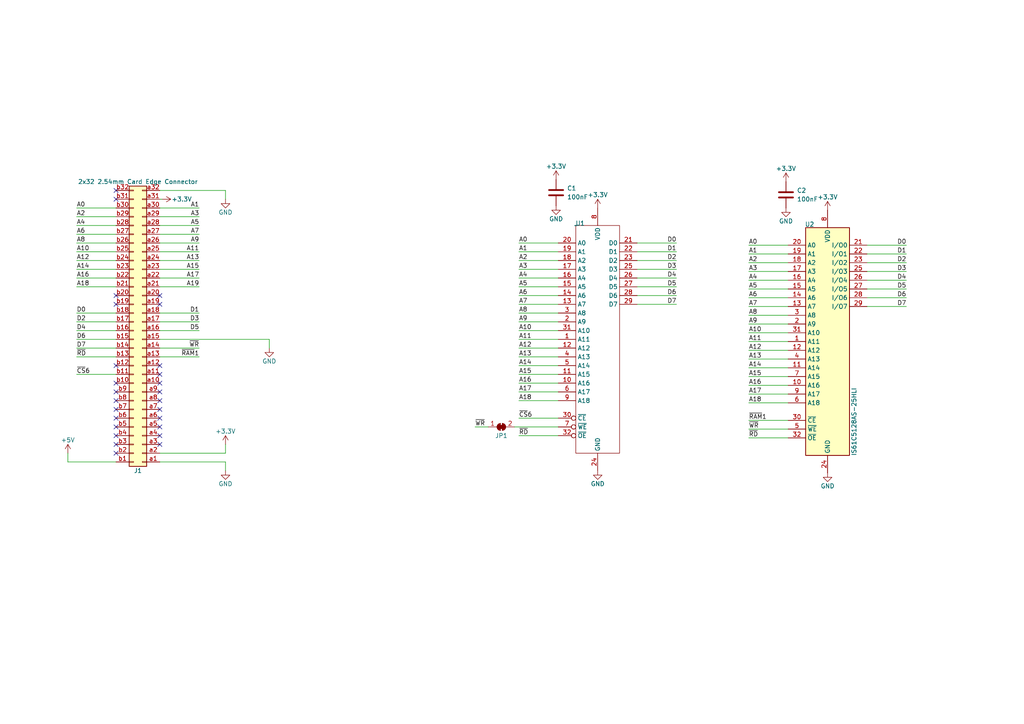
<source format=kicad_sch>
(kicad_sch (version 20230121) (generator eeschema)
  (paper "A4")
  (lib_symbols
    (symbol "Device:C" (pin_numbers hide) (pin_names (offset 0.254))
      (property "Reference" "C" (at 0.635 2.54 0))
      (property "Value" "C" (at 0.635 -2.54 0))
      (symbol "C_0_1"
        (polyline (pts (xy -2.032 -0.762) (xy 2.032 -0.762)) (stroke (width 0.508)))
        (polyline (pts (xy -2.032 0.762) (xy 2.032 0.762)) (stroke (width 0.508)))
      )
      (symbol "C_1_1"
        (pin passive line (at 0 3.81 270) (length 2.794) (name "~") (number "1"))
        (pin passive line (at 0 -3.81 90) (length 2.794) (name "~") (number "2"))
      )
    )
    (symbol "Jumper:SolderJumper_2_Bridged" (pin_names (offset 0) hide)
      (property "Reference" "JP" (at 0 2.032 0))
      (property "Value" "SolderJumper_2_Bridged" (at 0 -2.54 0))
      (symbol "SolderJumper_2_Bridged_0_1"
        (rectangle (start -0.508 0.508) (end 0.508 -0.508) (fill (type outline)))
        (arc (start -0.254 1.016) (mid -1.2656 0) (end -0.254 -1.016))
        (arc (start -0.254 1.016) (mid -1.2656 0) (end -0.254 -1.016) (fill (type outline)))
        (polyline (pts (xy -0.254 1.016) (xy -0.254 -1.016)))
        (polyline (pts (xy 0.254 1.016) (xy 0.254 -1.016)))
        (arc (start 0.254 -1.016) (mid 1.2656 0) (end 0.254 1.016))
        (arc (start 0.254 -1.016) (mid 1.2656 0) (end 0.254 1.016) (fill (type outline)))
      )
      (symbol "SolderJumper_2_Bridged_1_1"
        (pin passive line (at -3.81 0 0) (length 2.54) (name "A") (number "1"))
        (pin passive line (at 3.81 0 180) (length 2.54) (name "B") (number "2"))
      )
    )
    (symbol "Memory_Flash:SST39LF040-55-4C-WHE"
      (property "Reference" "U" (at 1.27 1.27 0))
      (symbol "SST39LF040-55-4C-WHE_0_1"
        (rectangle (start 0 0) (end 12.7 -66.04))
      )
      (symbol "SST39LF040-55-4C-WHE_1_1"
        (pin input line (at -5.08 -33.02 0) (length 5.08) (name "A11") (number "1"))
        (pin input line (at -5.08 -45.72 0) (length 5.08) (name "A16") (number "10"))
        (pin input line (at -5.08 -43.18 0) (length 5.08) (name "A15") (number "11"))
        (pin input line (at -5.08 -35.56 0) (length 5.08) (name "A12") (number "12"))
        (pin input line (at -5.08 -22.86 0) (length 5.08) (name "A7") (number "13"))
        (pin input line (at -5.08 -20.32 0) (length 5.08) (name "A6") (number "14"))
        (pin input line (at -5.08 -17.78 0) (length 5.08) (name "A5") (number "15"))
        (pin input line (at -5.08 -15.24 0) (length 5.08) (name "A4") (number "16"))
        (pin input line (at -5.08 -12.7 0) (length 5.08) (name "A3") (number "17"))
        (pin input line (at -5.08 -10.16 0) (length 5.08) (name "A2") (number "18"))
        (pin input line (at -5.08 -7.62 0) (length 5.08) (name "A1") (number "19"))
        (pin input line (at -5.08 -27.94 0) (length 5.08) (name "A9") (number "2"))
        (pin input line (at -5.08 -5.08 0) (length 5.08) (name "A0") (number "20"))
        (pin tri_state line (at 17.78 -5.08 180) (length 5.08) (name "D0") (number "21"))
        (pin tri_state line (at 17.78 -7.62 180) (length 5.08) (name "D1") (number "22"))
        (pin tri_state line (at 17.78 -10.16 180) (length 5.08) (name "D2") (number "23"))
        (pin power_in line (at 6.35 -71.12 90) (length 5.08) (name "GND") (number "24"))
        (pin tri_state line (at 17.78 -12.7 180) (length 5.08) (name "D3") (number "25"))
        (pin tri_state line (at 17.78 -15.24 180) (length 5.08) (name "D4") (number "26"))
        (pin tri_state line (at 17.78 -17.78 180) (length 5.08) (name "D5") (number "27"))
        (pin tri_state line (at 17.78 -20.32 180) (length 5.08) (name "D6") (number "28"))
        (pin tri_state line (at 17.78 -22.86 180) (length 5.08) (name "D7") (number "29"))
        (pin input line (at -5.08 -25.4 0) (length 5.08) (name "A8") (number "3"))
        (pin input inverted (at -5.08 -55.88 0) (length 5.08) (name "~{CE}") (number "30"))
        (pin input line (at -5.08 -30.48 0) (length 5.08) (name "A10") (number "31"))
        (pin input inverted (at -5.08 -60.96 0) (length 5.08) (name "~{OE}") (number "32"))
        (pin input line (at -5.08 -38.1 0) (length 5.08) (name "A13") (number "4"))
        (pin input line (at -5.08 -40.64 0) (length 5.08) (name "A14") (number "5"))
        (pin input line (at -5.08 -48.26 0) (length 5.08) (name "A17") (number "6"))
        (pin input inverted (at -5.08 -58.42 0) (length 5.08) (name "~{WE}") (number "7"))
        (pin power_in line (at 6.35 5.08 270) (length 5.08) (name "VDD") (number "8"))
        (pin input line (at -5.08 -50.8 0) (length 5.08) (name "A18") (number "9"))
      )
    )
    (symbol "Memory_RAM:IS61C5128AS-25HLI"
      (property "Reference" "U" (at 0.3396 0.8474 0))
      (property "Value" "IS61C5128AS-25HLI" (at 13.9022 -56.9808 90))
      (symbol "IS61C5128AS-25HLI_0_1"
        (rectangle (start 0 0) (end 12.7 -66.04) (stroke (width 0.254)) (fill (type background)))
      )
      (symbol "IS61C5128AS-25HLI_1_1"
        (pin input line (at -5.08 -33.02 0) (length 5.08) (name "A11") (number "1"))
        (pin input line (at -5.08 -45.72 0) (length 5.08) (name "A16") (number "10"))
        (pin input line (at -5.08 -40.64 0) (length 5.08) (name "A14") (number "11"))
        (pin input line (at -5.08 -35.56 0) (length 5.08) (name "A12") (number "12"))
        (pin input line (at -5.08 -22.86 0) (length 5.08) (name "A7") (number "13"))
        (pin input line (at -5.08 -20.32 0) (length 5.08) (name "A6") (number "14"))
        (pin input line (at -5.08 -17.78 0) (length 5.08) (name "A5") (number "15"))
        (pin input line (at -5.08 -15.24 0) (length 5.08) (name "A4") (number "16"))
        (pin input line (at -5.08 -12.7 0) (length 5.08) (name "A3") (number "17"))
        (pin input line (at -5.08 -10.16 0) (length 5.08) (name "A2") (number "18"))
        (pin input line (at -5.08 -7.62 0) (length 5.08) (name "A1") (number "19"))
        (pin input line (at -5.08 -27.94 0) (length 5.08) (name "A9") (number "2"))
        (pin input line (at -5.08 -5.08 0) (length 5.08) (name "A0") (number "20"))
        (pin bidirectional line (at 17.78 -5.08 180) (length 5.08) (name "I/O0") (number "21"))
        (pin bidirectional line (at 17.78 -7.62 180) (length 5.08) (name "I/O1") (number "22"))
        (pin bidirectional line (at 17.78 -10.16 180) (length 5.08) (name "I/O2") (number "23"))
        (pin power_in line (at 6.35 -71.12 90) (length 5.08) (name "GND") (number "24"))
        (pin bidirectional line (at 17.78 -12.7 180) (length 5.08) (name "I/O3") (number "25"))
        (pin bidirectional line (at 17.78 -15.24 180) (length 5.08) (name "I/O4") (number "26"))
        (pin bidirectional line (at 17.78 -17.78 180) (length 5.08) (name "I/O5") (number "27"))
        (pin bidirectional line (at 17.78 -20.32 180) (length 5.08) (name "I/O6") (number "28"))
        (pin bidirectional line (at 17.78 -22.86 180) (length 5.08) (name "I/O7") (number "29"))
        (pin input line (at -5.08 -25.4 0) (length 5.08) (name "A8") (number "3"))
        (pin input line (at -5.08 -55.88 0) (length 5.08) (name "~{CE}") (number "30"))
        (pin input line (at -5.08 -30.48 0) (length 5.08) (name "A10") (number "31"))
        (pin input line (at -5.08 -60.96 0) (length 5.08) (name "~{OE}") (number "32"))
        (pin input line (at -5.08 -38.1 0) (length 5.08) (name "A13") (number "4"))
        (pin input line (at -5.08 -58.42 0) (length 5.08) (name "~{WE}") (number "5"))
        (pin input line (at -5.08 -50.8 0) (length 5.08) (name "A18") (number "6"))
        (pin input line (at -5.08 -43.18 0) (length 5.08) (name "A15") (number "7"))
        (pin power_in line (at 6.35 5.08 270) (length 5.08) (name "VDD") (number "8"))
        (pin input line (at -5.08 -48.26 0) (length 5.08) (name "A17") (number "9"))
      )
    )
    (symbol "Sentinel 65X V2:Conn_02x32_Row_Letter_First" (pin_names (offset 1.016) hide)
      (property "Reference" "J" (at 1.27 40.64 0))
      (property "Value" "Conn_02x32_Row_Letter_First" (at 1.27 -43.18 0))
      (symbol "Conn_02x32_Row_Letter_First_1_1"
        (rectangle (start -1.27 -40.513) (end 0 -40.767) (stroke (width 0.1524)))
        (rectangle (start -1.27 -37.973) (end 0 -38.227) (stroke (width 0.1524)))
        (rectangle (start -1.27 -35.433) (end 0 -35.687) (stroke (width 0.1524)))
        (rectangle (start -1.27 -32.893) (end 0 -33.147) (stroke (width 0.1524)))
        (rectangle (start -1.27 -30.353) (end 0 -30.607) (stroke (width 0.1524)))
        (rectangle (start -1.27 -27.813) (end 0 -28.067) (stroke (width 0.1524)))
        (rectangle (start -1.27 -25.273) (end 0 -25.527) (stroke (width 0.1524)))
        (rectangle (start -1.27 -22.733) (end 0 -22.987) (stroke (width 0.1524)))
        (rectangle (start -1.27 -20.193) (end 0 -20.447) (stroke (width 0.1524)))
        (rectangle (start -1.27 -17.653) (end 0 -17.907) (stroke (width 0.1524)))
        (rectangle (start -1.27 -15.113) (end 0 -15.367) (stroke (width 0.1524)))
        (rectangle (start -1.27 -12.573) (end 0 -12.827) (stroke (width 0.1524)))
        (rectangle (start -1.27 -10.033) (end 0 -10.287) (stroke (width 0.1524)))
        (rectangle (start -1.27 -7.493) (end 0 -7.747) (stroke (width 0.1524)))
        (rectangle (start -1.27 -4.953) (end 0 -5.207) (stroke (width 0.1524)))
        (rectangle (start -1.27 -2.413) (end 0 -2.667) (stroke (width 0.1524)))
        (rectangle (start -1.27 0.127) (end 0 -0.127) (stroke (width 0.1524)))
        (rectangle (start -1.27 2.667) (end 0 2.413) (stroke (width 0.1524)))
        (rectangle (start -1.27 5.207) (end 0 4.953) (stroke (width 0.1524)))
        (rectangle (start -1.27 7.747) (end 0 7.493) (stroke (width 0.1524)))
        (rectangle (start -1.27 10.287) (end 0 10.033) (stroke (width 0.1524)))
        (rectangle (start -1.27 12.827) (end 0 12.573) (stroke (width 0.1524)))
        (rectangle (start -1.27 15.367) (end 0 15.113) (stroke (width 0.1524)))
        (rectangle (start -1.27 17.907) (end 0 17.653) (stroke (width 0.1524)))
        (rectangle (start -1.27 20.447) (end 0 20.193) (stroke (width 0.1524)))
        (rectangle (start -1.27 22.987) (end 0 22.733) (stroke (width 0.1524)))
        (rectangle (start -1.27 25.527) (end 0 25.273) (stroke (width 0.1524)))
        (rectangle (start -1.27 28.067) (end 0 27.813) (stroke (width 0.1524)))
        (rectangle (start -1.27 30.607) (end 0 30.353) (stroke (width 0.1524)))
        (rectangle (start -1.27 33.147) (end 0 32.893) (stroke (width 0.1524)))
        (rectangle (start -1.27 35.687) (end 0 35.433) (stroke (width 0.1524)))
        (rectangle (start -1.27 38.227) (end 0 37.973) (stroke (width 0.1524)))
        (rectangle (start -1.27 39.37) (end 3.81 -41.91) (stroke (width 0.254)) (fill (type background)))
        (rectangle (start 3.81 -40.513) (end 2.54 -40.767) (stroke (width 0.1524)))
        (rectangle (start 3.81 -37.973) (end 2.54 -38.227) (stroke (width 0.1524)))
        (rectangle (start 3.81 -35.433) (end 2.54 -35.687) (stroke (width 0.1524)))
        (rectangle (start 3.81 -32.893) (end 2.54 -33.147) (stroke (width 0.1524)))
        (rectangle (start 3.81 -30.353) (end 2.54 -30.607) (stroke (width 0.1524)))
        (rectangle (start 3.81 -27.813) (end 2.54 -28.067) (stroke (width 0.1524)))
        (rectangle (start 3.81 -25.273) (end 2.54 -25.527) (stroke (width 0.1524)))
        (rectangle (start 3.81 -22.733) (end 2.54 -22.987) (stroke (width 0.1524)))
        (rectangle (start 3.81 -20.193) (end 2.54 -20.447) (stroke (width 0.1524)))
        (rectangle (start 3.81 -17.653) (end 2.54 -17.907) (stroke (width 0.1524)))
        (rectangle (start 3.81 -15.113) (end 2.54 -15.367) (stroke (width 0.1524)))
        (rectangle (start 3.81 -12.573) (end 2.54 -12.827) (stroke (width 0.1524)))
        (rectangle (start 3.81 -10.033) (end 2.54 -10.287) (stroke (width 0.1524)))
        (rectangle (start 3.81 -7.493) (end 2.54 -7.747) (stroke (width 0.1524)))
        (rectangle (start 3.81 -4.953) (end 2.54 -5.207) (stroke (width 0.1524)))
        (rectangle (start 3.81 -2.413) (end 2.54 -2.667) (stroke (width 0.1524)))
        (rectangle (start 3.81 0.127) (end 2.54 -0.127) (stroke (width 0.1524)))
        (rectangle (start 3.81 2.667) (end 2.54 2.413) (stroke (width 0.1524)))
        (rectangle (start 3.81 5.207) (end 2.54 4.953) (stroke (width 0.1524)))
        (rectangle (start 3.81 7.747) (end 2.54 7.493) (stroke (width 0.1524)))
        (rectangle (start 3.81 10.287) (end 2.54 10.033) (stroke (width 0.1524)))
        (rectangle (start 3.81 12.827) (end 2.54 12.573) (stroke (width 0.1524)))
        (rectangle (start 3.81 15.367) (end 2.54 15.113) (stroke (width 0.1524)))
        (rectangle (start 3.81 17.907) (end 2.54 17.653) (stroke (width 0.1524)))
        (rectangle (start 3.81 20.447) (end 2.54 20.193) (stroke (width 0.1524)))
        (rectangle (start 3.81 22.987) (end 2.54 22.733) (stroke (width 0.1524)))
        (rectangle (start 3.81 25.527) (end 2.54 25.273) (stroke (width 0.1524)))
        (rectangle (start 3.81 28.067) (end 2.54 27.813) (stroke (width 0.1524)))
        (rectangle (start 3.81 30.607) (end 2.54 30.353) (stroke (width 0.1524)))
        (rectangle (start 3.81 33.147) (end 2.54 32.893) (stroke (width 0.1524)))
        (rectangle (start 3.81 35.687) (end 2.54 35.433) (stroke (width 0.1524)))
        (rectangle (start 3.81 38.227) (end 2.54 37.973) (stroke (width 0.1524)))
        (pin passive line (at -5.08 38.1 0) (length 3.81) (name "Pin_a1") (number "a1"))
        (pin passive line (at -5.08 15.24 0) (length 3.81) (name "Pin_a10") (number "a10"))
        (pin passive line (at -5.08 12.7 0) (length 3.81) (name "Pin_a11") (number "a11"))
        (pin passive line (at -5.08 10.16 0) (length 3.81) (name "Pin_a12") (number "a12"))
        (pin passive line (at -5.08 7.62 0) (length 3.81) (name "Pin_a13") (number "a13"))
        (pin passive line (at -5.08 5.08 0) (length 3.81) (name "Pin_a14") (number "a14"))
        (pin passive line (at -5.08 2.54 0) (length 3.81) (name "Pin_a15") (number "a15"))
        (pin passive line (at -5.08 0 0) (length 3.81) (name "Pin_a16") (number "a16"))
        (pin passive line (at -5.08 -2.54 0) (length 3.81) (name "Pin_a17") (number "a17"))
        (pin passive line (at -5.08 -5.08 0) (length 3.81) (name "Pin_a18") (number "a18"))
        (pin passive line (at -5.08 -7.62 0) (length 3.81) (name "Pin_a19") (number "a19"))
        (pin passive line (at -5.08 35.56 0) (length 3.81) (name "Pin_a2") (number "a2"))
        (pin passive line (at -5.08 -10.16 0) (length 3.81) (name "Pin_a20") (number "a20"))
        (pin passive line (at -5.08 -12.7 0) (length 3.81) (name "Pin_a21") (number "a21"))
        (pin passive line (at -5.08 -15.24 0) (length 3.81) (name "Pin_a22") (number "a22"))
        (pin passive line (at -5.08 -17.78 0) (length 3.81) (name "Pin_a23") (number "a23"))
        (pin passive line (at -5.08 -20.32 0) (length 3.81) (name "Pin_a24") (number "a24"))
        (pin passive line (at -5.08 -22.86 0) (length 3.81) (name "Pin_a25") (number "a25"))
        (pin passive line (at -5.08 -25.4 0) (length 3.81) (name "Pin_a26") (number "a26"))
        (pin passive line (at -5.08 -27.94 0) (length 3.81) (name "Pin_a27") (number "a27"))
        (pin passive line (at -5.08 -30.48 0) (length 3.81) (name "Pin_a28") (number "a28"))
        (pin passive line (at -5.08 -33.02 0) (length 3.81) (name "Pin_a29") (number "a29"))
        (pin passive line (at -5.08 33.02 0) (length 3.81) (name "Pin_a3") (number "a3"))
        (pin passive line (at -5.08 -35.56 0) (length 3.81) (name "Pin_a30") (number "a30"))
        (pin passive line (at -5.08 -38.1 0) (length 3.81) (name "Pin_a31") (number "a31"))
        (pin passive line (at -5.08 -40.64 0) (length 3.81) (name "Pin_a32") (number "a32"))
        (pin passive line (at -5.08 30.48 0) (length 3.81) (name "Pin_a4") (number "a4"))
        (pin passive line (at -5.08 27.94 0) (length 3.81) (name "Pin_a5") (number "a5"))
        (pin passive line (at -5.08 25.4 0) (length 3.81) (name "Pin_a6") (number "a6"))
        (pin passive line (at -5.08 22.86 0) (length 3.81) (name "Pin_a7") (number "a7"))
        (pin passive line (at -5.08 20.32 0) (length 3.81) (name "Pin_a8") (number "a8"))
        (pin passive line (at -5.08 17.78 0) (length 3.81) (name "Pin_a9") (number "a9"))
        (pin passive line (at 7.62 38.1 180) (length 3.81) (name "Pin_b1") (number "b1"))
        (pin passive line (at 7.62 15.24 180) (length 3.81) (name "Pin_b10") (number "b10"))
        (pin passive line (at 7.62 12.7 180) (length 3.81) (name "Pin_b11") (number "b11"))
        (pin passive line (at 7.62 10.16 180) (length 3.81) (name "Pin_b12") (number "b12"))
        (pin passive line (at 7.62 7.62 180) (length 3.81) (name "Pin_b13") (number "b13"))
        (pin passive line (at 7.62 5.08 180) (length 3.81) (name "Pin_b14") (number "b14"))
        (pin passive line (at 7.62 2.54 180) (length 3.81) (name "Pin_b15") (number "b15"))
        (pin passive line (at 7.62 0 180) (length 3.81) (name "Pin_b16") (number "b16"))
        (pin passive line (at 7.62 -2.54 180) (length 3.81) (name "Pin_b17") (number "b17"))
        (pin passive line (at 7.62 -5.08 180) (length 3.81) (name "Pin_b18") (number "b18"))
        (pin passive line (at 7.62 -7.62 180) (length 3.81) (name "Pin_b19") (number "b19"))
        (pin passive line (at 7.62 35.56 180) (length 3.81) (name "Pin_b2") (number "b2"))
        (pin passive line (at 7.62 -10.16 180) (length 3.81) (name "Pin_b20") (number "b20"))
        (pin passive line (at 7.62 -12.7 180) (length 3.81) (name "Pin_b21") (number "b21"))
        (pin passive line (at 7.62 -15.24 180) (length 3.81) (name "Pin_b22") (number "b22"))
        (pin passive line (at 7.62 -17.78 180) (length 3.81) (name "Pin_b23") (number "b23"))
        (pin passive line (at 7.62 -20.32 180) (length 3.81) (name "Pin_b24") (number "b24"))
        (pin passive line (at 7.62 -22.86 180) (length 3.81) (name "Pin_b25") (number "b25"))
        (pin passive line (at 7.62 -25.4 180) (length 3.81) (name "Pin_b26") (number "b26"))
        (pin passive line (at 7.62 -27.94 180) (length 3.81) (name "Pin_b27") (number "b27"))
        (pin passive line (at 7.62 -30.48 180) (length 3.81) (name "Pin_b28") (number "b28"))
        (pin passive line (at 7.62 -33.02 180) (length 3.81) (name "Pin_b29") (number "b29"))
        (pin passive line (at 7.62 33.02 180) (length 3.81) (name "Pin_b3") (number "b3"))
        (pin passive line (at 7.62 -35.56 180) (length 3.81) (name "Pin_b30") (number "b30"))
        (pin passive line (at 7.62 -38.1 180) (length 3.81) (name "Pin_b31") (number "b31"))
        (pin passive line (at 7.62 -40.64 180) (length 3.81) (name "Pin_b32") (number "b32"))
        (pin passive line (at 7.62 30.48 180) (length 3.81) (name "Pin_b4") (number "b4"))
        (pin passive line (at 7.62 27.94 180) (length 3.81) (name "Pin_b5") (number "b5"))
        (pin passive line (at 7.62 25.4 180) (length 3.81) (name "Pin_b6") (number "b6"))
        (pin passive line (at 7.62 22.86 180) (length 3.81) (name "Pin_b7") (number "b7"))
        (pin passive line (at 7.62 20.32 180) (length 3.81) (name "Pin_b8") (number "b8"))
        (pin passive line (at 7.62 17.78 180) (length 3.81) (name "Pin_b9") (number "b9"))
      )
    )
    (symbol "power:+3.3V" (power) (pin_names (offset 0))
      (property "Value" "+3.3V" (at 0 3.556 0))
      (symbol "+3.3V_0_1"
        (polyline (pts (xy -0.762 1.27) (xy 0 2.54)))
        (polyline (pts (xy 0 0) (xy 0 2.54)))
        (polyline (pts (xy 0 2.54) (xy 0.762 1.27)))
      )
      (symbol "+3.3V_1_1"
        (pin power_in line (at 0 0 90) (length 0) hide (name "+3.3V") (number "1"))
      )
    )
    (symbol "power:+5V" (power) (pin_names (offset 0))
      (property "Value" "+5V" (at 0 3.556 0))
      (symbol "+5V_0_1"
        (polyline (pts (xy -0.762 1.27) (xy 0 2.54)))
        (polyline (pts (xy 0 0) (xy 0 2.54)))
        (polyline (pts (xy 0 2.54) (xy 0.762 1.27)))
      )
      (symbol "+5V_1_1"
        (pin power_in line (at 0 0 90) (length 0) hide (name "+5V") (number "1"))
      )
    )
    (symbol "power:GND" (power) (pin_names (offset 0))
      (property "Value" "GND" (at 0 -3.81 0))
      (symbol "GND_0_1"
        (polyline (pts (xy 0 0) (xy 0 -1.27) (xy 1.27 -1.27) (xy 0 -2.54) (xy -1.27 -1.27) (xy 0 -1.27)))
      )
      (symbol "GND_1_1"
        (pin power_in line (at 0 0 270) (length 0) hide (name "GND") (number "1"))
      )
    )
  )
  (no_connect (at 33.655 123.825))
  (no_connect (at 46.355 113.665))
  (no_connect (at 33.655 113.665))
  (no_connect (at 33.655 128.905))
  (no_connect (at 33.655 106.045))
  (no_connect (at 33.655 111.125))
  (no_connect (at 46.355 85.725))
  (no_connect (at 46.355 123.825))
  (no_connect (at 33.655 116.205))
  (no_connect (at 33.655 88.265))
  (no_connect (at 33.655 85.725))
  (no_connect (at 46.355 88.265))
  (no_connect (at 33.655 126.365))
  (no_connect (at 46.355 128.905))
  (no_connect (at 33.655 131.445))
  (no_connect (at 46.355 126.365))
  (no_connect (at 33.655 118.745))
  (no_connect (at 46.355 108.585))
  (no_connect (at 46.355 121.285))
  (no_connect (at 33.655 55.245))
  (no_connect (at 46.355 116.205))
  (no_connect (at 46.355 111.125))
  (no_connect (at 33.655 121.285))
  (no_connect (at 33.655 57.785))
  (no_connect (at 46.355 106.045))
  (no_connect (at 46.355 118.745))
  (wire (pts (xy 150.495 88.265) (xy 161.925 88.265)))
  (wire (pts (xy 46.355 93.345) (xy 57.785 93.345)))
  (wire (pts (xy 150.495 85.725) (xy 161.925 85.725)))
  (wire (pts (xy 150.495 126.365) (xy 161.925 126.365)))
  (wire (pts (xy 217.17 83.82) (xy 228.6 83.82)))
  (wire (pts (xy 22.225 70.485) (xy 33.655 70.485)))
  (wire (pts (xy 46.355 80.645) (xy 57.785 80.645)))
  (wire (pts (xy 217.17 91.44) (xy 228.6 91.44)))
  (wire (pts (xy 22.225 98.425) (xy 33.655 98.425)))
  (wire (pts (xy 46.355 95.885) (xy 57.785 95.885)))
  (wire (pts (xy 217.17 124.46) (xy 228.6 124.46)))
  (wire (pts (xy 184.785 83.185) (xy 196.215 83.185)))
  (wire (pts (xy 150.495 121.285) (xy 161.925 121.285)))
  (wire (pts (xy 22.225 103.505) (xy 33.655 103.505)))
  (wire (pts (xy 46.355 98.425) (xy 78.105 98.425)))
  (wire (pts (xy 150.495 100.965) (xy 161.925 100.965)))
  (wire (pts (xy 217.17 78.74) (xy 228.6 78.74)))
  (wire (pts (xy 251.46 76.2) (xy 262.89 76.2)))
  (wire (pts (xy 33.655 95.885) (xy 22.225 95.885)))
  (wire (pts (xy 217.17 114.3) (xy 228.6 114.3)))
  (wire (pts (xy 22.225 67.945) (xy 33.655 67.945)))
  (wire (pts (xy 251.46 81.28) (xy 262.89 81.28)))
  (wire (pts (xy 46.355 100.965) (xy 57.785 100.965)))
  (wire (pts (xy 150.495 116.205) (xy 161.925 116.205)))
  (wire (pts (xy 217.17 88.9) (xy 228.6 88.9)))
  (wire (pts (xy 22.225 75.565) (xy 33.655 75.565)))
  (wire (pts (xy 217.17 106.68) (xy 228.6 106.68)))
  (wire (pts (xy 150.495 103.505) (xy 161.925 103.505)))
  (wire (pts (xy 217.17 73.66) (xy 228.6 73.66)))
  (wire (pts (xy 46.355 90.805) (xy 57.785 90.805)))
  (wire (pts (xy 184.785 88.265) (xy 196.215 88.265)))
  (wire (pts (xy 46.355 65.405) (xy 57.785 65.405)))
  (wire (pts (xy 22.225 60.325) (xy 33.655 60.325)))
  (wire (pts (xy 150.495 108.585) (xy 161.925 108.585)))
  (wire (pts (xy 22.225 65.405) (xy 33.655 65.405)))
  (wire (pts (xy 46.355 60.325) (xy 57.785 60.325)))
  (wire (pts (xy 184.785 73.025) (xy 196.215 73.025)))
  (wire (pts (xy 150.495 95.885) (xy 161.925 95.885)))
  (wire (pts (xy 251.46 83.82) (xy 262.89 83.82)))
  (wire (pts (xy 217.17 81.28) (xy 228.6 81.28)))
  (wire (pts (xy 217.17 121.92) (xy 228.6 121.92)))
  (wire (pts (xy 217.17 99.06) (xy 228.6 99.06)))
  (wire (pts (xy 150.495 106.045) (xy 161.925 106.045)))
  (wire (pts (xy 150.495 75.565) (xy 161.925 75.565)))
  (wire (pts (xy 217.17 76.2) (xy 228.6 76.2)))
  (wire (pts (xy 65.405 55.245) (xy 65.405 57.785)))
  (wire (pts (xy 150.495 70.485) (xy 161.925 70.485)))
  (wire (pts (xy 150.495 111.125) (xy 161.925 111.125)))
  (wire (pts (xy 57.785 103.505) (xy 46.355 103.505)))
  (wire (pts (xy 217.17 109.22) (xy 228.6 109.22)))
  (wire (pts (xy 46.355 131.445) (xy 65.405 131.445)))
  (wire (pts (xy 46.355 78.105) (xy 57.785 78.105)))
  (wire (pts (xy 217.17 93.98) (xy 228.6 93.98)))
  (wire (pts (xy 65.405 128.905) (xy 65.405 131.445)))
  (wire (pts (xy 33.655 133.985) (xy 19.685 133.985)))
  (wire (pts (xy 46.355 67.945) (xy 57.785 67.945)))
  (wire (pts (xy 46.355 55.245) (xy 65.405 55.245)))
  (wire (pts (xy 251.46 73.66) (xy 262.89 73.66)))
  (wire (pts (xy 251.46 71.12) (xy 262.89 71.12)))
  (wire (pts (xy 150.495 98.425) (xy 161.925 98.425)))
  (wire (pts (xy 217.17 86.36) (xy 228.6 86.36)))
  (wire (pts (xy 46.355 75.565) (xy 57.785 75.565)))
  (wire (pts (xy 217.17 96.52) (xy 228.6 96.52)))
  (wire (pts (xy 78.105 98.425) (xy 78.105 100.965)))
  (wire (pts (xy 150.495 90.805) (xy 161.925 90.805)))
  (wire (pts (xy 150.495 73.025) (xy 161.925 73.025)))
  (wire (pts (xy 33.655 80.645) (xy 22.225 80.645)))
  (wire (pts (xy 217.17 127) (xy 228.6 127)))
  (wire (pts (xy 150.495 83.185) (xy 161.925 83.185)))
  (wire (pts (xy 217.17 71.12) (xy 228.6 71.12)))
  (wire (pts (xy 19.685 131.445) (xy 19.685 133.985)))
  (wire (pts (xy 22.225 108.585) (xy 33.655 108.585)))
  (wire (pts (xy 22.225 78.105) (xy 33.655 78.105)))
  (wire (pts (xy 46.355 70.485) (xy 57.785 70.485)))
  (wire (pts (xy 184.785 75.565) (xy 196.215 75.565)))
  (wire (pts (xy 46.355 62.865) (xy 57.785 62.865)))
  (wire (pts (xy 184.785 70.485) (xy 196.215 70.485)))
  (wire (pts (xy 33.655 83.185) (xy 22.225 83.185)))
  (wire (pts (xy 46.355 133.985) (xy 65.405 133.985)))
  (wire (pts (xy 150.495 113.665) (xy 161.925 113.665)))
  (wire (pts (xy 22.225 73.025) (xy 33.655 73.025)))
  (wire (pts (xy 184.785 80.645) (xy 196.215 80.645)))
  (wire (pts (xy 251.46 88.9) (xy 262.89 88.9)))
  (wire (pts (xy 184.785 85.725) (xy 196.215 85.725)))
  (wire (pts (xy 217.17 116.84) (xy 228.6 116.84)))
  (wire (pts (xy 33.655 90.805) (xy 22.225 90.805)))
  (wire (pts (xy 65.405 133.985) (xy 65.405 136.525)))
  (wire (pts (xy 251.46 86.36) (xy 262.89 86.36)))
  (wire (pts (xy 46.355 83.185) (xy 57.785 83.185)))
  (wire (pts (xy 184.785 78.105) (xy 196.215 78.105)))
  (wire (pts (xy 46.355 73.025) (xy 57.785 73.025)))
  (wire (pts (xy 33.655 100.965) (xy 22.225 100.965)))
  (wire (pts (xy 46.355 57.785) (xy 46.99 57.785)))
  (wire (pts (xy 217.17 111.76) (xy 228.6 111.76)))
  (wire (pts (xy 217.17 104.14) (xy 228.6 104.14)))
  (wire (pts (xy 150.495 78.105) (xy 161.925 78.105)))
  (wire (pts (xy 217.17 101.6) (xy 228.6 101.6)))
  (wire (pts (xy 22.225 62.865) (xy 33.655 62.865)))
  (wire (pts (xy 33.655 93.345) (xy 22.225 93.345)))
  (wire (pts (xy 149.225 123.825) (xy 161.925 123.825)))
  (wire (pts (xy 137.795 123.825) (xy 141.605 123.825)))
  (wire (pts (xy 251.46 78.74) (xy 262.89 78.74)))
  (wire (pts (xy 150.495 80.645) (xy 161.925 80.645)))
  (wire (pts (xy 150.495 93.345) (xy 161.925 93.345)))
  (label "A4" (at 150.495 80.645 0))
  (label "~{RD}" (at 22.225 103.505 0))
  (label "D1" (at 57.785 90.805 180))
  (label "A17" (at 217.17 114.3 0))
  (label "A1" (at 150.495 73.025 0))
  (label "A18" (at 150.495 116.205 0))
  (label "D4" (at 262.89 81.28 180))
  (label "A11" (at 57.785 73.025 180))
  (label "A2" (at 217.17 76.2 0))
  (label "A0" (at 217.17 71.12 0))
  (label "A16" (at 22.225 80.645 0))
  (label "A13" (at 57.785 75.565 180))
  (label "A17" (at 150.495 113.665 0))
  (label "A5" (at 217.17 83.82 0))
  (label "A7" (at 57.785 67.945 180))
  (label "A10" (at 217.17 96.52 0))
  (label "A3" (at 57.785 62.865 180))
  (label "A11" (at 150.495 98.425 0))
  (label "A4" (at 217.17 81.28 0))
  (label "A12" (at 217.17 101.6 0))
  (label "D5" (at 57.785 95.885 180))
  (label "~{RAM}1" (at 217.17 121.92 0))
  (label "A18" (at 217.17 116.84 0))
  (label "D6" (at 22.225 98.425 0))
  (label "A14" (at 22.225 78.105 0))
  (label "D7" (at 196.215 88.265 180))
  (label "A1" (at 217.17 73.66 0))
  (label "A7" (at 217.17 88.9 0))
  (label "D2" (at 262.89 76.2 180))
  (label "A10" (at 22.225 73.025 0))
  (label "A15" (at 150.495 108.585 0))
  (label "A7" (at 150.495 88.265 0))
  (label "D3" (at 262.89 78.74 180))
  (label "D6" (at 196.215 85.725 180))
  (label "~{RD}" (at 150.495 126.365 0))
  (label "A3" (at 217.17 78.74 0))
  (label "D0" (at 262.89 71.12 180))
  (label "D7" (at 262.89 88.9 180))
  (label "A15" (at 217.17 109.22 0))
  (label "D1" (at 196.215 73.025 180))
  (label "A5" (at 57.785 65.405 180))
  (label "D5" (at 262.89 83.82 180))
  (label "A4" (at 22.225 65.405 0))
  (label "~{WR}" (at 57.785 100.965 180))
  (label "A9" (at 150.495 93.345 0))
  (label "~{RD}" (at 217.17 127 0))
  (label "A2" (at 22.225 62.865 0))
  (label "A17" (at 57.785 80.645 180))
  (label "D3" (at 196.215 78.105 180))
  (label "A8" (at 22.225 70.485 0))
  (label "A14" (at 150.495 106.045 0))
  (label "A6" (at 217.17 86.36 0))
  (label "A9" (at 57.785 70.485 180))
  (label "D4" (at 196.215 80.645 180))
  (label "A2" (at 150.495 75.565 0))
  (label "A9" (at 217.17 93.98 0))
  (label "A8" (at 150.495 90.805 0))
  (label "A3" (at 150.495 78.105 0))
  (label "~{CS}6" (at 150.495 121.285 0))
  (label "~{WR}" (at 137.795 123.825 0))
  (label "A12" (at 22.225 75.565 0))
  (label "A6" (at 22.225 67.945 0))
  (label "A16" (at 150.495 111.125 0))
  (label "~{RAM}1" (at 57.785 103.505 180))
  (label "A14" (at 217.17 106.68 0))
  (label "A13" (at 150.495 103.505 0))
  (label "A5" (at 150.495 83.185 0))
  (label "A16" (at 217.17 111.76 0))
  (label "A18" (at 22.225 83.185 0))
  (label "D2" (at 22.225 93.345 0))
  (label "D4" (at 22.225 95.885 0))
  (label "A13" (at 217.17 104.14 0))
  (label "D7" (at 22.225 100.965 0))
  (label "A1" (at 57.785 60.325 180))
  (label "D0" (at 196.215 70.485 180))
  (label "A6" (at 150.495 85.725 0))
  (label "A0" (at 150.495 70.485 0))
  (label "D3" (at 57.785 93.345 180))
  (label "A8" (at 217.17 91.44 0))
  (label "A0" (at 22.225 60.325 0))
  (label "A10" (at 150.495 95.885 0))
  (label "A15" (at 57.785 78.105 180))
  (label "D6" (at 262.89 86.36 180))
  (label "A11" (at 217.17 99.06 0))
  (label "A19" (at 57.785 83.185 180))
  (label "D5" (at 196.215 83.185 180))
  (label "~{WR}" (at 217.17 124.46 0))
  (label "~{CS}6" (at 22.225 108.585 0))
  (label "D2" (at 196.215 75.565 180))
  (label "D0" (at 22.225 90.805 0))
  (label "A12" (at 150.495 100.965 0))
  (label "D1" (at 262.89 73.66 180))
  (symbol (lib_id "Memory_RAM:IS61C5128AS-25HLI") (at 233.68 66.04 0) (unit 1)
    (property "Reference" "U2" (at 233.4404 65.0724 0) (effects (justify left)))
    (property "Value" "IS61C5128AS-25HLI" (at 247.7096 132.2102 90) (effects (justify left)))
    (property "Footprint" "Package_SO:TSOP-I-32_11.8x8mm_P0.5mm" (effects hide))
    (property "Datasheet" "http://www.issi.com/WW/pdf/61-64C5128AL.pdf" (effects hide))
  )
  (symbol (lib_id "power:GND") (at 227.965 60.325 0) (unit 1)
    (property "Reference" "#PWR012" (effects hide))
    (property "Value" "GND" (at 227.965 64.135 0))
  )
  (symbol (lib_id "power:+3.3V") (at 240.03 60.96 0) (unit 1)
    (property "Reference" "#PWR013" (effects hide))
    (property "Value" "+3.3V" (at 240.03 57.15 0))
  )
  (symbol (lib_id "power:GND") (at 173.355 136.525 0) (unit 1)
    (property "Reference" "#PWR08" (effects hide))
    (property "Value" "GND" (at 173.355 140.335 0))
  )
  (symbol (lib_id "Memory_Flash:SST39LF040-55-4C-WHE") (at 167.005 65.405 0) (unit 1)
    (property "Reference" "U1" (at 166.8876 64.77 0) (effects (justify left)))
    (property "Value" "~" (at 167.005 65.405 0))
    (property "Footprint" "Package_SO:TSOP-I-32_14.4x8mm_P0.5mm" (effects hide))
    (property "Datasheet" "https://www.mouser.ca/datasheet/2/268/20005023B-709002.pdf" (effects hide))
  )
  (symbol (lib_id "power:+3.3V") (at 227.965 52.705 0) (unit 1)
    (property "Reference" "#PWR011" (effects hide))
    (property "Value" "+3.3V" (at 227.965 48.895 0))
  )
  (symbol (lib_id "power:GND") (at 78.105 100.965 0) (unit 1)
    (property "Reference" "#PWR03" (effects hide))
    (property "Value" "GND" (at 78.105 104.775 0))
  )
  (symbol (lib_id "power:+3.3V") (at 173.355 60.325 0) (unit 1)
    (property "Reference" "#PWR07" (effects hide))
    (property "Value" "+3.3V" (at 173.355 56.515 0))
  )
  (symbol (lib_id "power:+3.3V") (at 161.29 52.07 0) (unit 1)
    (property "Reference" "#PWR09" (effects hide))
    (property "Value" "+3.3V" (at 161.29 48.26 0))
  )
  (symbol (lib_id "power:+3.3V") (at 46.99 57.785 270) (unit 1)
    (property "Reference" "#PWR01" (effects hide))
    (property "Value" "+3.3V" (at 52.705 57.785 90))
  )
  (symbol (lib_id "power:GND") (at 161.29 59.69 0) (unit 1)
    (property "Reference" "#PWR010" (effects hide))
    (property "Value" "GND" (at 161.29 63.5 0))
  )
  (symbol (lib_id "Jumper:SolderJumper_2_Bridged") (at 145.415 123.825 0) (unit 1)
    (property "Reference" "JP1" (at 145.415 126.365 0))
    (property "Value" "SolderJumper_2_Bridged" (effects hide))
    (property "Footprint" "Jumper:SolderJumper-2_P1.3mm_Bridged_RoundedPad1.0x1.5mm" (effects hide))
  )
  (symbol (lib_id "Device:C") (at 161.29 55.88 0) (unit 1)
    (property "Reference" "C1" (at 164.465 54.6099 0) (effects (justify left)))
    (property "Value" "100nF" (at 164.465 57.1499 0) (effects (justify left)))
    (property "Footprint" "Capacitor_SMD:C_0603_1608Metric" (effects hide))
  )
  (symbol (lib_id "Sentinel 65X V2:Conn_02x32_Row_Letter_First") (at 41.275 95.885 180) (unit 1) (in_bom no)
    (property "Reference" "J1" (at 40.005 136.525 0))
    (property "Value" "2x32 2.54mm Card Edge Connector" (at 40.005 52.705 0))
    (property "Footprint" "Connector:Conn_Edge_2x32_THT_2.54mm_Male" (effects hide))
  )
  (symbol (lib_id "power:+5V") (at 19.685 131.445 0) (unit 1)
    (property "Reference" "#PWR05" (effects hide))
    (property "Value" "+5V" (at 19.685 127.635 0))
  )
  (symbol (lib_id "power:+3.3V") (at 65.405 128.905 0) (unit 1)
    (property "Reference" "#PWR04" (effects hide))
    (property "Value" "+3.3V" (at 65.405 125.095 0))
  )
  (symbol (lib_id "power:GND") (at 65.405 57.785 0) (unit 1)
    (property "Reference" "#PWR02" (effects hide))
    (property "Value" "GND" (at 65.405 61.595 0))
  )
  (symbol (lib_id "power:GND") (at 240.03 137.16 0) (unit 1)
    (property "Reference" "#PWR014" (effects hide))
    (property "Value" "GND" (at 240.03 140.97 0))
  )
  (symbol (lib_id "Device:C") (at 227.965 56.515 0) (unit 1)
    (property "Reference" "C2" (at 231.14 55.2449 0) (effects (justify left)))
    (property "Value" "100nF" (at 231.14 57.7849 0) (effects (justify left)))
    (property "Footprint" "Capacitor_SMD:C_0603_1608Metric" (effects hide))
  )
  (symbol (lib_id "power:GND") (at 65.405 136.525 0) (unit 1)
    (property "Reference" "#PWR06" (effects hide))
    (property "Value" "GND" (at 65.405 140.335 0))
  )
)
</source>
